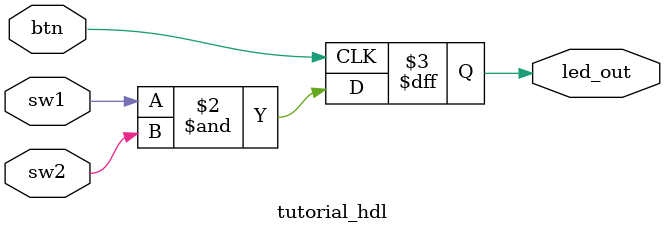
<source format=sv>
`timescale 1ns / 1ps


module tutorial_hdl(
        input logic sw1,
        input logic sw2,
        // (* clock_buffer_type="none" *)  ===> deal with the fact btn is not an actual clock
        (* clock_buffer_type="none" *) input logic btn,
        output logic led_out
    );

    always @(posedge btn) begin
        led_out <= sw1 & sw2;
    end
endmodule

</source>
